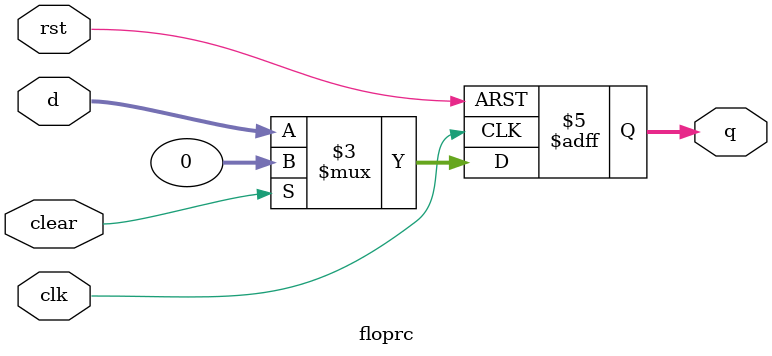
<source format=v>
`timescale 1ns / 1ps


module floprc #(parameter WIDTH = 32)(
	input wire clk,rst,clear,
	input wire [WIDTH - 1:0] d,
	output reg [WIDTH - 1:0] q
    );
	always @(posedge clk,posedge rst) begin
		if(rst) begin
			q <= 0;
		end 
		else if(clear) begin
			q <= 0;
		end
		else begin
			q <= d;
		end
	end
endmodule

</source>
